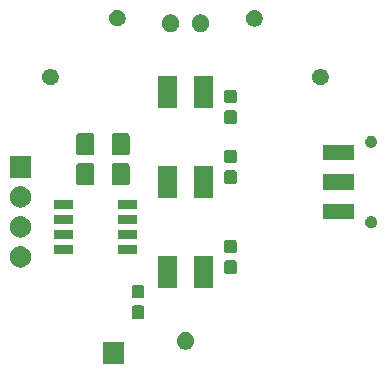
<source format=gbr>
G04 #@! TF.GenerationSoftware,KiCad,Pcbnew,(5.1.6)-1*
G04 #@! TF.CreationDate,2020-10-21T14:23:11+02:00*
G04 #@! TF.ProjectId,Stimmungslicht,5374696d-6d75-46e6-9773-6c696368742e,rev?*
G04 #@! TF.SameCoordinates,Original*
G04 #@! TF.FileFunction,Soldermask,Top*
G04 #@! TF.FilePolarity,Negative*
%FSLAX46Y46*%
G04 Gerber Fmt 4.6, Leading zero omitted, Abs format (unit mm)*
G04 Created by KiCad (PCBNEW (5.1.6)-1) date 2020-10-21 14:23:11*
%MOMM*%
%LPD*%
G01*
G04 APERTURE LIST*
%ADD10C,0.100000*%
G04 APERTURE END LIST*
D10*
G36*
X139026200Y-131685600D02*
G01*
X137224200Y-131685600D01*
X137224200Y-129883600D01*
X139026200Y-129883600D01*
X139026200Y-131685600D01*
G37*
G36*
X144450419Y-129042780D02*
G01*
X144587092Y-129099392D01*
X144710095Y-129181580D01*
X144814700Y-129286185D01*
X144896888Y-129409188D01*
X144953500Y-129545861D01*
X144982360Y-129690953D01*
X144982360Y-129838887D01*
X144953500Y-129983979D01*
X144896888Y-130120652D01*
X144814700Y-130243655D01*
X144710095Y-130348260D01*
X144587092Y-130430448D01*
X144587091Y-130430449D01*
X144587090Y-130430449D01*
X144450419Y-130487060D01*
X144305328Y-130515920D01*
X144157392Y-130515920D01*
X144012301Y-130487060D01*
X143875630Y-130430449D01*
X143875629Y-130430449D01*
X143875628Y-130430448D01*
X143752625Y-130348260D01*
X143648020Y-130243655D01*
X143565832Y-130120652D01*
X143509220Y-129983979D01*
X143480360Y-129838887D01*
X143480360Y-129690953D01*
X143509220Y-129545861D01*
X143565832Y-129409188D01*
X143648020Y-129286185D01*
X143752625Y-129181580D01*
X143875628Y-129099392D01*
X144012301Y-129042780D01*
X144157392Y-129013920D01*
X144305328Y-129013920D01*
X144450419Y-129042780D01*
G37*
G36*
X140567419Y-126776365D02*
G01*
X140604915Y-126787740D01*
X140639474Y-126806212D01*
X140669767Y-126831073D01*
X140694628Y-126861366D01*
X140713100Y-126895925D01*
X140724475Y-126933421D01*
X140728920Y-126978558D01*
X140728920Y-127717282D01*
X140724475Y-127762419D01*
X140713100Y-127799915D01*
X140694628Y-127834474D01*
X140669767Y-127864767D01*
X140639474Y-127889628D01*
X140604915Y-127908100D01*
X140567419Y-127919475D01*
X140522282Y-127923920D01*
X139883558Y-127923920D01*
X139838421Y-127919475D01*
X139800925Y-127908100D01*
X139766366Y-127889628D01*
X139736073Y-127864767D01*
X139711212Y-127834474D01*
X139692740Y-127799915D01*
X139681365Y-127762419D01*
X139676920Y-127717282D01*
X139676920Y-126978558D01*
X139681365Y-126933421D01*
X139692740Y-126895925D01*
X139711212Y-126861366D01*
X139736073Y-126831073D01*
X139766366Y-126806212D01*
X139800925Y-126787740D01*
X139838421Y-126776365D01*
X139883558Y-126771920D01*
X140522282Y-126771920D01*
X140567419Y-126776365D01*
G37*
G36*
X140567419Y-125026365D02*
G01*
X140604915Y-125037740D01*
X140639474Y-125056212D01*
X140669767Y-125081073D01*
X140694628Y-125111366D01*
X140713100Y-125145925D01*
X140724475Y-125183421D01*
X140728920Y-125228558D01*
X140728920Y-125967282D01*
X140724475Y-126012419D01*
X140713100Y-126049915D01*
X140694628Y-126084474D01*
X140669767Y-126114767D01*
X140639474Y-126139628D01*
X140604915Y-126158100D01*
X140567419Y-126169475D01*
X140522282Y-126173920D01*
X139883558Y-126173920D01*
X139838421Y-126169475D01*
X139800925Y-126158100D01*
X139766366Y-126139628D01*
X139736073Y-126114767D01*
X139711212Y-126084474D01*
X139692740Y-126049915D01*
X139681365Y-126012419D01*
X139676920Y-125967282D01*
X139676920Y-125228558D01*
X139681365Y-125183421D01*
X139692740Y-125145925D01*
X139711212Y-125111366D01*
X139736073Y-125081073D01*
X139766366Y-125056212D01*
X139800925Y-125037740D01*
X139838421Y-125026365D01*
X139883558Y-125021920D01*
X140522282Y-125021920D01*
X140567419Y-125026365D01*
G37*
G36*
X146522200Y-125277600D02*
G01*
X144920200Y-125277600D01*
X144920200Y-122575600D01*
X146522200Y-122575600D01*
X146522200Y-125277600D01*
G37*
G36*
X143522200Y-125277600D02*
G01*
X141920200Y-125277600D01*
X141920200Y-122575600D01*
X143522200Y-122575600D01*
X143522200Y-125277600D01*
G37*
G36*
X148395699Y-122960045D02*
G01*
X148433195Y-122971420D01*
X148467754Y-122989892D01*
X148498047Y-123014753D01*
X148522908Y-123045046D01*
X148541380Y-123079605D01*
X148552755Y-123117101D01*
X148557200Y-123162238D01*
X148557200Y-123900962D01*
X148552755Y-123946099D01*
X148541380Y-123983595D01*
X148522908Y-124018154D01*
X148498047Y-124048447D01*
X148467754Y-124073308D01*
X148433195Y-124091780D01*
X148395699Y-124103155D01*
X148350562Y-124107600D01*
X147711838Y-124107600D01*
X147666701Y-124103155D01*
X147629205Y-124091780D01*
X147594646Y-124073308D01*
X147564353Y-124048447D01*
X147539492Y-124018154D01*
X147521020Y-123983595D01*
X147509645Y-123946099D01*
X147505200Y-123900962D01*
X147505200Y-123162238D01*
X147509645Y-123117101D01*
X147521020Y-123079605D01*
X147539492Y-123045046D01*
X147564353Y-123014753D01*
X147594646Y-122989892D01*
X147629205Y-122971420D01*
X147666701Y-122960045D01*
X147711838Y-122955600D01*
X148350562Y-122955600D01*
X148395699Y-122960045D01*
G37*
G36*
X130364712Y-121760527D02*
G01*
X130514012Y-121790224D01*
X130677984Y-121858144D01*
X130825554Y-121956747D01*
X130951053Y-122082246D01*
X131049656Y-122229816D01*
X131117576Y-122393788D01*
X131152200Y-122567859D01*
X131152200Y-122745341D01*
X131117576Y-122919412D01*
X131049656Y-123083384D01*
X130951053Y-123230954D01*
X130825554Y-123356453D01*
X130677984Y-123455056D01*
X130514012Y-123522976D01*
X130364712Y-123552673D01*
X130339942Y-123557600D01*
X130162458Y-123557600D01*
X130137688Y-123552673D01*
X129988388Y-123522976D01*
X129824416Y-123455056D01*
X129676846Y-123356453D01*
X129551347Y-123230954D01*
X129452744Y-123083384D01*
X129384824Y-122919412D01*
X129350200Y-122745341D01*
X129350200Y-122567859D01*
X129384824Y-122393788D01*
X129452744Y-122229816D01*
X129551347Y-122082246D01*
X129676846Y-121956747D01*
X129824416Y-121858144D01*
X129988388Y-121790224D01*
X130137688Y-121760527D01*
X130162458Y-121755600D01*
X130339942Y-121755600D01*
X130364712Y-121760527D01*
G37*
G36*
X140126700Y-122397600D02*
G01*
X138499700Y-122397600D01*
X138499700Y-121645600D01*
X140126700Y-121645600D01*
X140126700Y-122397600D01*
G37*
G36*
X134702700Y-122397600D02*
G01*
X133075700Y-122397600D01*
X133075700Y-121645600D01*
X134702700Y-121645600D01*
X134702700Y-122397600D01*
G37*
G36*
X148395699Y-121210045D02*
G01*
X148433195Y-121221420D01*
X148467754Y-121239892D01*
X148498047Y-121264753D01*
X148522908Y-121295046D01*
X148541380Y-121329605D01*
X148552755Y-121367101D01*
X148557200Y-121412238D01*
X148557200Y-122150962D01*
X148552755Y-122196099D01*
X148541380Y-122233595D01*
X148522908Y-122268154D01*
X148498047Y-122298447D01*
X148467754Y-122323308D01*
X148433195Y-122341780D01*
X148395699Y-122353155D01*
X148350562Y-122357600D01*
X147711838Y-122357600D01*
X147666701Y-122353155D01*
X147629205Y-122341780D01*
X147594646Y-122323308D01*
X147564353Y-122298447D01*
X147539492Y-122268154D01*
X147521020Y-122233595D01*
X147509645Y-122196099D01*
X147505200Y-122150962D01*
X147505200Y-121412238D01*
X147509645Y-121367101D01*
X147521020Y-121329605D01*
X147539492Y-121295046D01*
X147564353Y-121264753D01*
X147594646Y-121239892D01*
X147629205Y-121221420D01*
X147666701Y-121210045D01*
X147711838Y-121205600D01*
X148350562Y-121205600D01*
X148395699Y-121210045D01*
G37*
G36*
X134702700Y-121127600D02*
G01*
X133075700Y-121127600D01*
X133075700Y-120375600D01*
X134702700Y-120375600D01*
X134702700Y-121127600D01*
G37*
G36*
X140126700Y-121127600D02*
G01*
X138499700Y-121127600D01*
X138499700Y-120375600D01*
X140126700Y-120375600D01*
X140126700Y-121127600D01*
G37*
G36*
X130364712Y-119220527D02*
G01*
X130514012Y-119250224D01*
X130677984Y-119318144D01*
X130825554Y-119416747D01*
X130951053Y-119542246D01*
X131049656Y-119689816D01*
X131117576Y-119853788D01*
X131152200Y-120027859D01*
X131152200Y-120205341D01*
X131117576Y-120379412D01*
X131049656Y-120543384D01*
X130951053Y-120690954D01*
X130825554Y-120816453D01*
X130677984Y-120915056D01*
X130514012Y-120982976D01*
X130364712Y-121012673D01*
X130339942Y-121017600D01*
X130162458Y-121017600D01*
X130137688Y-121012673D01*
X129988388Y-120982976D01*
X129824416Y-120915056D01*
X129676846Y-120816453D01*
X129551347Y-120690954D01*
X129452744Y-120543384D01*
X129384824Y-120379412D01*
X129350200Y-120205341D01*
X129350200Y-120027859D01*
X129384824Y-119853788D01*
X129452744Y-119689816D01*
X129551347Y-119542246D01*
X129676846Y-119416747D01*
X129824416Y-119318144D01*
X129988388Y-119250224D01*
X130137688Y-119220527D01*
X130162458Y-119215600D01*
X130339942Y-119215600D01*
X130364712Y-119220527D01*
G37*
G36*
X160038940Y-119215227D02*
G01*
X160087336Y-119224853D01*
X160125102Y-119240496D01*
X160178511Y-119262619D01*
X160178512Y-119262620D01*
X160260569Y-119317448D01*
X160330352Y-119387231D01*
X160330353Y-119387233D01*
X160385181Y-119469289D01*
X160407304Y-119522698D01*
X160422947Y-119560464D01*
X160442200Y-119657256D01*
X160442200Y-119755944D01*
X160422947Y-119852736D01*
X160420932Y-119857600D01*
X160385181Y-119943911D01*
X160385180Y-119943912D01*
X160330352Y-120025969D01*
X160260569Y-120095752D01*
X160219262Y-120123352D01*
X160178511Y-120150581D01*
X160125102Y-120172704D01*
X160087336Y-120188347D01*
X160038940Y-120197973D01*
X159990545Y-120207600D01*
X159891855Y-120207600D01*
X159843460Y-120197973D01*
X159795064Y-120188347D01*
X159757298Y-120172704D01*
X159703889Y-120150581D01*
X159663138Y-120123352D01*
X159621831Y-120095752D01*
X159552048Y-120025969D01*
X159497220Y-119943912D01*
X159497219Y-119943911D01*
X159461468Y-119857600D01*
X159459453Y-119852736D01*
X159440200Y-119755944D01*
X159440200Y-119657256D01*
X159459453Y-119560464D01*
X159475096Y-119522698D01*
X159497219Y-119469289D01*
X159552047Y-119387233D01*
X159552048Y-119387231D01*
X159621831Y-119317448D01*
X159703888Y-119262620D01*
X159703889Y-119262619D01*
X159757298Y-119240496D01*
X159795064Y-119224853D01*
X159843460Y-119215227D01*
X159891855Y-119205600D01*
X159990545Y-119205600D01*
X160038940Y-119215227D01*
G37*
G36*
X134702700Y-119857600D02*
G01*
X133075700Y-119857600D01*
X133075700Y-119105600D01*
X134702700Y-119105600D01*
X134702700Y-119857600D01*
G37*
G36*
X140126700Y-119857600D02*
G01*
X138499700Y-119857600D01*
X138499700Y-119105600D01*
X140126700Y-119105600D01*
X140126700Y-119857600D01*
G37*
G36*
X158492200Y-119457600D02*
G01*
X155890200Y-119457600D01*
X155890200Y-118155600D01*
X158492200Y-118155600D01*
X158492200Y-119457600D01*
G37*
G36*
X140126700Y-118587600D02*
G01*
X138499700Y-118587600D01*
X138499700Y-117835600D01*
X140126700Y-117835600D01*
X140126700Y-118587600D01*
G37*
G36*
X134702700Y-118587600D02*
G01*
X133075700Y-118587600D01*
X133075700Y-117835600D01*
X134702700Y-117835600D01*
X134702700Y-118587600D01*
G37*
G36*
X130364712Y-116680527D02*
G01*
X130514012Y-116710224D01*
X130677984Y-116778144D01*
X130825554Y-116876747D01*
X130951053Y-117002246D01*
X131049656Y-117149816D01*
X131117576Y-117313788D01*
X131152200Y-117487859D01*
X131152200Y-117665341D01*
X131117576Y-117839412D01*
X131049656Y-118003384D01*
X130951053Y-118150954D01*
X130825554Y-118276453D01*
X130677984Y-118375056D01*
X130514012Y-118442976D01*
X130364712Y-118472673D01*
X130339942Y-118477600D01*
X130162458Y-118477600D01*
X130137688Y-118472673D01*
X129988388Y-118442976D01*
X129824416Y-118375056D01*
X129676846Y-118276453D01*
X129551347Y-118150954D01*
X129452744Y-118003384D01*
X129384824Y-117839412D01*
X129350200Y-117665341D01*
X129350200Y-117487859D01*
X129384824Y-117313788D01*
X129452744Y-117149816D01*
X129551347Y-117002246D01*
X129676846Y-116876747D01*
X129824416Y-116778144D01*
X129988388Y-116710224D01*
X130137688Y-116680527D01*
X130162458Y-116675600D01*
X130339942Y-116675600D01*
X130364712Y-116680527D01*
G37*
G36*
X143520800Y-117657600D02*
G01*
X141918800Y-117657600D01*
X141918800Y-114955600D01*
X143520800Y-114955600D01*
X143520800Y-117657600D01*
G37*
G36*
X146520800Y-117657600D02*
G01*
X144918800Y-117657600D01*
X144918800Y-114955600D01*
X146520800Y-114955600D01*
X146520800Y-117657600D01*
G37*
G36*
X158492200Y-116957600D02*
G01*
X155890200Y-116957600D01*
X155890200Y-115655600D01*
X158492200Y-115655600D01*
X158492200Y-116957600D01*
G37*
G36*
X136361762Y-114749781D02*
G01*
X136396681Y-114760374D01*
X136428863Y-114777576D01*
X136457073Y-114800727D01*
X136480224Y-114828937D01*
X136497426Y-114861119D01*
X136508019Y-114896038D01*
X136512200Y-114938495D01*
X136512200Y-116404705D01*
X136508019Y-116447162D01*
X136497426Y-116482081D01*
X136480224Y-116514263D01*
X136457073Y-116542473D01*
X136428863Y-116565624D01*
X136396681Y-116582826D01*
X136361762Y-116593419D01*
X136319305Y-116597600D01*
X135178095Y-116597600D01*
X135135638Y-116593419D01*
X135100719Y-116582826D01*
X135068537Y-116565624D01*
X135040327Y-116542473D01*
X135017176Y-116514263D01*
X134999974Y-116482081D01*
X134989381Y-116447162D01*
X134985200Y-116404705D01*
X134985200Y-114938495D01*
X134989381Y-114896038D01*
X134999974Y-114861119D01*
X135017176Y-114828937D01*
X135040327Y-114800727D01*
X135068537Y-114777576D01*
X135100719Y-114760374D01*
X135135638Y-114749781D01*
X135178095Y-114745600D01*
X136319305Y-114745600D01*
X136361762Y-114749781D01*
G37*
G36*
X139336762Y-114749781D02*
G01*
X139371681Y-114760374D01*
X139403863Y-114777576D01*
X139432073Y-114800727D01*
X139455224Y-114828937D01*
X139472426Y-114861119D01*
X139483019Y-114896038D01*
X139487200Y-114938495D01*
X139487200Y-116404705D01*
X139483019Y-116447162D01*
X139472426Y-116482081D01*
X139455224Y-116514263D01*
X139432073Y-116542473D01*
X139403863Y-116565624D01*
X139371681Y-116582826D01*
X139336762Y-116593419D01*
X139294305Y-116597600D01*
X138153095Y-116597600D01*
X138110638Y-116593419D01*
X138075719Y-116582826D01*
X138043537Y-116565624D01*
X138015327Y-116542473D01*
X137992176Y-116514263D01*
X137974974Y-116482081D01*
X137964381Y-116447162D01*
X137960200Y-116404705D01*
X137960200Y-114938495D01*
X137964381Y-114896038D01*
X137974974Y-114861119D01*
X137992176Y-114828937D01*
X138015327Y-114800727D01*
X138043537Y-114777576D01*
X138075719Y-114760374D01*
X138110638Y-114749781D01*
X138153095Y-114745600D01*
X139294305Y-114745600D01*
X139336762Y-114749781D01*
G37*
G36*
X148395699Y-115340045D02*
G01*
X148433195Y-115351420D01*
X148467754Y-115369892D01*
X148498047Y-115394753D01*
X148522908Y-115425046D01*
X148541380Y-115459605D01*
X148552755Y-115497101D01*
X148557200Y-115542238D01*
X148557200Y-116280962D01*
X148552755Y-116326099D01*
X148541380Y-116363595D01*
X148522908Y-116398154D01*
X148498047Y-116428447D01*
X148467754Y-116453308D01*
X148433195Y-116471780D01*
X148395699Y-116483155D01*
X148350562Y-116487600D01*
X147711838Y-116487600D01*
X147666701Y-116483155D01*
X147629205Y-116471780D01*
X147594646Y-116453308D01*
X147564353Y-116428447D01*
X147539492Y-116398154D01*
X147521020Y-116363595D01*
X147509645Y-116326099D01*
X147505200Y-116280962D01*
X147505200Y-115542238D01*
X147509645Y-115497101D01*
X147521020Y-115459605D01*
X147539492Y-115425046D01*
X147564353Y-115394753D01*
X147594646Y-115369892D01*
X147629205Y-115351420D01*
X147666701Y-115340045D01*
X147711838Y-115335600D01*
X148350562Y-115335600D01*
X148395699Y-115340045D01*
G37*
G36*
X131152200Y-115937600D02*
G01*
X129350200Y-115937600D01*
X129350200Y-114135600D01*
X131152200Y-114135600D01*
X131152200Y-115937600D01*
G37*
G36*
X148395699Y-113590045D02*
G01*
X148433195Y-113601420D01*
X148467754Y-113619892D01*
X148498047Y-113644753D01*
X148522908Y-113675046D01*
X148541380Y-113709605D01*
X148552755Y-113747101D01*
X148557200Y-113792238D01*
X148557200Y-114530962D01*
X148552755Y-114576099D01*
X148541380Y-114613595D01*
X148522908Y-114648154D01*
X148498047Y-114678447D01*
X148467754Y-114703308D01*
X148433195Y-114721780D01*
X148395699Y-114733155D01*
X148350562Y-114737600D01*
X147711838Y-114737600D01*
X147666701Y-114733155D01*
X147629205Y-114721780D01*
X147594646Y-114703308D01*
X147564353Y-114678447D01*
X147539492Y-114648154D01*
X147521020Y-114613595D01*
X147509645Y-114576099D01*
X147505200Y-114530962D01*
X147505200Y-113792238D01*
X147509645Y-113747101D01*
X147521020Y-113709605D01*
X147539492Y-113675046D01*
X147564353Y-113644753D01*
X147594646Y-113619892D01*
X147629205Y-113601420D01*
X147666701Y-113590045D01*
X147711838Y-113585600D01*
X148350562Y-113585600D01*
X148395699Y-113590045D01*
G37*
G36*
X158492200Y-114457600D02*
G01*
X155890200Y-114457600D01*
X155890200Y-113155600D01*
X158492200Y-113155600D01*
X158492200Y-114457600D01*
G37*
G36*
X136361762Y-112209781D02*
G01*
X136396681Y-112220374D01*
X136428863Y-112237576D01*
X136457073Y-112260727D01*
X136480224Y-112288937D01*
X136497426Y-112321119D01*
X136508019Y-112356038D01*
X136512200Y-112398495D01*
X136512200Y-113864705D01*
X136508019Y-113907162D01*
X136497426Y-113942081D01*
X136480224Y-113974263D01*
X136457073Y-114002473D01*
X136428863Y-114025624D01*
X136396681Y-114042826D01*
X136361762Y-114053419D01*
X136319305Y-114057600D01*
X135178095Y-114057600D01*
X135135638Y-114053419D01*
X135100719Y-114042826D01*
X135068537Y-114025624D01*
X135040327Y-114002473D01*
X135017176Y-113974263D01*
X134999974Y-113942081D01*
X134989381Y-113907162D01*
X134985200Y-113864705D01*
X134985200Y-112398495D01*
X134989381Y-112356038D01*
X134999974Y-112321119D01*
X135017176Y-112288937D01*
X135040327Y-112260727D01*
X135068537Y-112237576D01*
X135100719Y-112220374D01*
X135135638Y-112209781D01*
X135178095Y-112205600D01*
X136319305Y-112205600D01*
X136361762Y-112209781D01*
G37*
G36*
X139336762Y-112209781D02*
G01*
X139371681Y-112220374D01*
X139403863Y-112237576D01*
X139432073Y-112260727D01*
X139455224Y-112288937D01*
X139472426Y-112321119D01*
X139483019Y-112356038D01*
X139487200Y-112398495D01*
X139487200Y-113864705D01*
X139483019Y-113907162D01*
X139472426Y-113942081D01*
X139455224Y-113974263D01*
X139432073Y-114002473D01*
X139403863Y-114025624D01*
X139371681Y-114042826D01*
X139336762Y-114053419D01*
X139294305Y-114057600D01*
X138153095Y-114057600D01*
X138110638Y-114053419D01*
X138075719Y-114042826D01*
X138043537Y-114025624D01*
X138015327Y-114002473D01*
X137992176Y-113974263D01*
X137974974Y-113942081D01*
X137964381Y-113907162D01*
X137960200Y-113864705D01*
X137960200Y-112398495D01*
X137964381Y-112356038D01*
X137974974Y-112321119D01*
X137992176Y-112288937D01*
X138015327Y-112260727D01*
X138043537Y-112237576D01*
X138075719Y-112220374D01*
X138110638Y-112209781D01*
X138153095Y-112205600D01*
X139294305Y-112205600D01*
X139336762Y-112209781D01*
G37*
G36*
X160038940Y-112415226D02*
G01*
X160087336Y-112424853D01*
X160125102Y-112440496D01*
X160178511Y-112462619D01*
X160178512Y-112462620D01*
X160260569Y-112517448D01*
X160330352Y-112587231D01*
X160330353Y-112587233D01*
X160385181Y-112669289D01*
X160422947Y-112760465D01*
X160442200Y-112857255D01*
X160442200Y-112955945D01*
X160422947Y-113052735D01*
X160385181Y-113143911D01*
X160357952Y-113184662D01*
X160330352Y-113225969D01*
X160260569Y-113295752D01*
X160219262Y-113323352D01*
X160178511Y-113350581D01*
X160125102Y-113372704D01*
X160087336Y-113388347D01*
X160038940Y-113397974D01*
X159990545Y-113407600D01*
X159891855Y-113407600D01*
X159843460Y-113397974D01*
X159795064Y-113388347D01*
X159757298Y-113372704D01*
X159703889Y-113350581D01*
X159663138Y-113323352D01*
X159621831Y-113295752D01*
X159552048Y-113225969D01*
X159524448Y-113184662D01*
X159497219Y-113143911D01*
X159459453Y-113052735D01*
X159440200Y-112955945D01*
X159440200Y-112857255D01*
X159459453Y-112760465D01*
X159497219Y-112669289D01*
X159552047Y-112587233D01*
X159552048Y-112587231D01*
X159621831Y-112517448D01*
X159703888Y-112462620D01*
X159703889Y-112462619D01*
X159757298Y-112440496D01*
X159795064Y-112424853D01*
X159843460Y-112415226D01*
X159891855Y-112405600D01*
X159990545Y-112405600D01*
X160038940Y-112415226D01*
G37*
G36*
X148395699Y-110260045D02*
G01*
X148433195Y-110271420D01*
X148467754Y-110289892D01*
X148498047Y-110314753D01*
X148522908Y-110345046D01*
X148541380Y-110379605D01*
X148552755Y-110417101D01*
X148557200Y-110462238D01*
X148557200Y-111200962D01*
X148552755Y-111246099D01*
X148541380Y-111283595D01*
X148522908Y-111318154D01*
X148498047Y-111348447D01*
X148467754Y-111373308D01*
X148433195Y-111391780D01*
X148395699Y-111403155D01*
X148350562Y-111407600D01*
X147711838Y-111407600D01*
X147666701Y-111403155D01*
X147629205Y-111391780D01*
X147594646Y-111373308D01*
X147564353Y-111348447D01*
X147539492Y-111318154D01*
X147521020Y-111283595D01*
X147509645Y-111246099D01*
X147505200Y-111200962D01*
X147505200Y-110462238D01*
X147509645Y-110417101D01*
X147521020Y-110379605D01*
X147539492Y-110345046D01*
X147564353Y-110314753D01*
X147594646Y-110289892D01*
X147629205Y-110271420D01*
X147666701Y-110260045D01*
X147711838Y-110255600D01*
X148350562Y-110255600D01*
X148395699Y-110260045D01*
G37*
G36*
X146522200Y-110037600D02*
G01*
X144920200Y-110037600D01*
X144920200Y-107335600D01*
X146522200Y-107335600D01*
X146522200Y-110037600D01*
G37*
G36*
X143522200Y-110037600D02*
G01*
X141920200Y-110037600D01*
X141920200Y-107335600D01*
X143522200Y-107335600D01*
X143522200Y-110037600D01*
G37*
G36*
X148395699Y-108510045D02*
G01*
X148433195Y-108521420D01*
X148467754Y-108539892D01*
X148498047Y-108564753D01*
X148522908Y-108595046D01*
X148541380Y-108629605D01*
X148552755Y-108667101D01*
X148557200Y-108712238D01*
X148557200Y-109450962D01*
X148552755Y-109496099D01*
X148541380Y-109533595D01*
X148522908Y-109568154D01*
X148498047Y-109598447D01*
X148467754Y-109623308D01*
X148433195Y-109641780D01*
X148395699Y-109653155D01*
X148350562Y-109657600D01*
X147711838Y-109657600D01*
X147666701Y-109653155D01*
X147629205Y-109641780D01*
X147594646Y-109623308D01*
X147564353Y-109598447D01*
X147539492Y-109568154D01*
X147521020Y-109533595D01*
X147509645Y-109496099D01*
X147505200Y-109450962D01*
X147505200Y-108712238D01*
X147509645Y-108667101D01*
X147521020Y-108629605D01*
X147539492Y-108595046D01*
X147564353Y-108564753D01*
X147594646Y-108539892D01*
X147629205Y-108521420D01*
X147666701Y-108510045D01*
X147711838Y-108505600D01*
X148350562Y-108505600D01*
X148395699Y-108510045D01*
G37*
G36*
X132995673Y-106742538D02*
G01*
X133123249Y-106795382D01*
X133238059Y-106872095D01*
X133335705Y-106969741D01*
X133412418Y-107084551D01*
X133465262Y-107212127D01*
X133492200Y-107347556D01*
X133492200Y-107485644D01*
X133465262Y-107621073D01*
X133412418Y-107748649D01*
X133335705Y-107863459D01*
X133238059Y-107961105D01*
X133123249Y-108037818D01*
X132995673Y-108090662D01*
X132860244Y-108117600D01*
X132722156Y-108117600D01*
X132586727Y-108090662D01*
X132459151Y-108037818D01*
X132344341Y-107961105D01*
X132246695Y-107863459D01*
X132169982Y-107748649D01*
X132117138Y-107621073D01*
X132090200Y-107485644D01*
X132090200Y-107347556D01*
X132117138Y-107212127D01*
X132169982Y-107084551D01*
X132246695Y-106969741D01*
X132344341Y-106872095D01*
X132459151Y-106795382D01*
X132586727Y-106742538D01*
X132722156Y-106715600D01*
X132860244Y-106715600D01*
X132995673Y-106742538D01*
G37*
G36*
X155855673Y-106742538D02*
G01*
X155983249Y-106795382D01*
X156098059Y-106872095D01*
X156195705Y-106969741D01*
X156272418Y-107084551D01*
X156325262Y-107212127D01*
X156352200Y-107347556D01*
X156352200Y-107485644D01*
X156325262Y-107621073D01*
X156272418Y-107748649D01*
X156195705Y-107863459D01*
X156098059Y-107961105D01*
X155983249Y-108037818D01*
X155855673Y-108090662D01*
X155720244Y-108117600D01*
X155582156Y-108117600D01*
X155446727Y-108090662D01*
X155319151Y-108037818D01*
X155204341Y-107961105D01*
X155106695Y-107863459D01*
X155029982Y-107748649D01*
X154977138Y-107621073D01*
X154950200Y-107485644D01*
X154950200Y-107347556D01*
X154977138Y-107212127D01*
X155029982Y-107084551D01*
X155106695Y-106969741D01*
X155204341Y-106872095D01*
X155319151Y-106795382D01*
X155446727Y-106742538D01*
X155582156Y-106715600D01*
X155720244Y-106715600D01*
X155855673Y-106742538D01*
G37*
G36*
X143123966Y-102131551D02*
G01*
X143180419Y-102142780D01*
X143317092Y-102199392D01*
X143440095Y-102281580D01*
X143544700Y-102386185D01*
X143626888Y-102509188D01*
X143626889Y-102509190D01*
X143683500Y-102645861D01*
X143707232Y-102765169D01*
X143712360Y-102790953D01*
X143712360Y-102938887D01*
X143683500Y-103083979D01*
X143626888Y-103220652D01*
X143544700Y-103343655D01*
X143440095Y-103448260D01*
X143317092Y-103530448D01*
X143317091Y-103530449D01*
X143317090Y-103530449D01*
X143180419Y-103587060D01*
X143035328Y-103615920D01*
X142887392Y-103615920D01*
X142742301Y-103587060D01*
X142605630Y-103530449D01*
X142605629Y-103530449D01*
X142605628Y-103530448D01*
X142482625Y-103448260D01*
X142378020Y-103343655D01*
X142295832Y-103220652D01*
X142239220Y-103083979D01*
X142210360Y-102938887D01*
X142210360Y-102790953D01*
X142215489Y-102765169D01*
X142239220Y-102645861D01*
X142295831Y-102509190D01*
X142295832Y-102509188D01*
X142378020Y-102386185D01*
X142482625Y-102281580D01*
X142605628Y-102199392D01*
X142742301Y-102142780D01*
X142798754Y-102131551D01*
X142887392Y-102113920D01*
X143035328Y-102113920D01*
X143123966Y-102131551D01*
G37*
G36*
X145663966Y-102131551D02*
G01*
X145720419Y-102142780D01*
X145857092Y-102199392D01*
X145980095Y-102281580D01*
X146084700Y-102386185D01*
X146166888Y-102509188D01*
X146166889Y-102509190D01*
X146223500Y-102645861D01*
X146247232Y-102765169D01*
X146252360Y-102790953D01*
X146252360Y-102938887D01*
X146223500Y-103083979D01*
X146166888Y-103220652D01*
X146084700Y-103343655D01*
X145980095Y-103448260D01*
X145857092Y-103530448D01*
X145857091Y-103530449D01*
X145857090Y-103530449D01*
X145720419Y-103587060D01*
X145575328Y-103615920D01*
X145427392Y-103615920D01*
X145282301Y-103587060D01*
X145145630Y-103530449D01*
X145145629Y-103530449D01*
X145145628Y-103530448D01*
X145022625Y-103448260D01*
X144918020Y-103343655D01*
X144835832Y-103220652D01*
X144779220Y-103083979D01*
X144750360Y-102938887D01*
X144750360Y-102790953D01*
X144755489Y-102765169D01*
X144779220Y-102645861D01*
X144835831Y-102509190D01*
X144835832Y-102509188D01*
X144918020Y-102386185D01*
X145022625Y-102281580D01*
X145145628Y-102199392D01*
X145282301Y-102142780D01*
X145338754Y-102131551D01*
X145427392Y-102113920D01*
X145575328Y-102113920D01*
X145663966Y-102131551D01*
G37*
G36*
X150267673Y-101789538D02*
G01*
X150395249Y-101842382D01*
X150510059Y-101919095D01*
X150607705Y-102016741D01*
X150684418Y-102131551D01*
X150737262Y-102259127D01*
X150764200Y-102394556D01*
X150764200Y-102532644D01*
X150737262Y-102668073D01*
X150684418Y-102795649D01*
X150607705Y-102910459D01*
X150510059Y-103008105D01*
X150395249Y-103084818D01*
X150267673Y-103137662D01*
X150132244Y-103164600D01*
X149994156Y-103164600D01*
X149858727Y-103137662D01*
X149731151Y-103084818D01*
X149616341Y-103008105D01*
X149518695Y-102910459D01*
X149441982Y-102795649D01*
X149389138Y-102668073D01*
X149362200Y-102532644D01*
X149362200Y-102394556D01*
X149389138Y-102259127D01*
X149441982Y-102131551D01*
X149518695Y-102016741D01*
X149616341Y-101919095D01*
X149731151Y-101842382D01*
X149858727Y-101789538D01*
X149994156Y-101762600D01*
X150132244Y-101762600D01*
X150267673Y-101789538D01*
G37*
G36*
X138657333Y-101759058D02*
G01*
X138784909Y-101811902D01*
X138899719Y-101888615D01*
X138997365Y-101986261D01*
X139074078Y-102101071D01*
X139126922Y-102228647D01*
X139153860Y-102364076D01*
X139153860Y-102502164D01*
X139126922Y-102637593D01*
X139074078Y-102765169D01*
X138997365Y-102879979D01*
X138899719Y-102977625D01*
X138784909Y-103054338D01*
X138657333Y-103107182D01*
X138521904Y-103134120D01*
X138383816Y-103134120D01*
X138248387Y-103107182D01*
X138120811Y-103054338D01*
X138006001Y-102977625D01*
X137908355Y-102879979D01*
X137831642Y-102765169D01*
X137778798Y-102637593D01*
X137751860Y-102502164D01*
X137751860Y-102364076D01*
X137778798Y-102228647D01*
X137831642Y-102101071D01*
X137908355Y-101986261D01*
X138006001Y-101888615D01*
X138120811Y-101811902D01*
X138248387Y-101759058D01*
X138383816Y-101732120D01*
X138521904Y-101732120D01*
X138657333Y-101759058D01*
G37*
M02*

</source>
